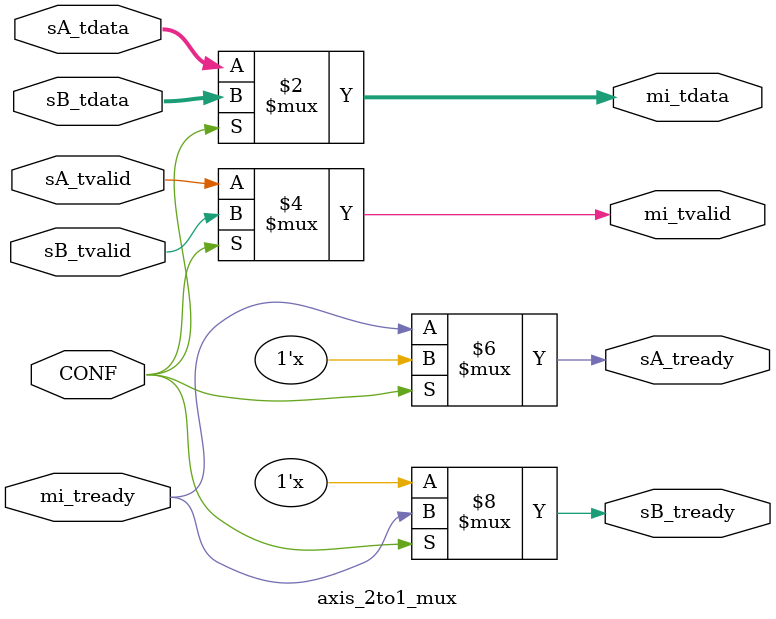
<source format=v>
`timescale 1 ns / 1 ps

module axis_2to1_mux (
  input   wire            CONF      ,

  output  wire            sA_tready ,
  input   wire            sA_tvalid ,
  input   wire  [31 : 0]  sA_tdata  ,

  output  wire            sB_tready ,
  input   wire            sB_tvalid ,
  input   wire  [31 : 0]  sB_tdata  ,

  input   wire            mi_tready ,
  output  wire            mi_tvalid , // why reg? change to wire
  output  wire   [31 : 0] mi_tdata    // why reg? change to wire
);

assign mi_tdata  = (CONF == 0) ? sA_tdata  : sB_tdata  ;
assign mi_tvalid = (CONF == 0) ? sA_tvalid : sB_tvalid ;

assign sA_tready = (CONF == 0) ? mi_tready : 1'bz      ;
assign sB_tready = (CONF == 1) ? mi_tready : 1'bz      ;

endmodule

</source>
